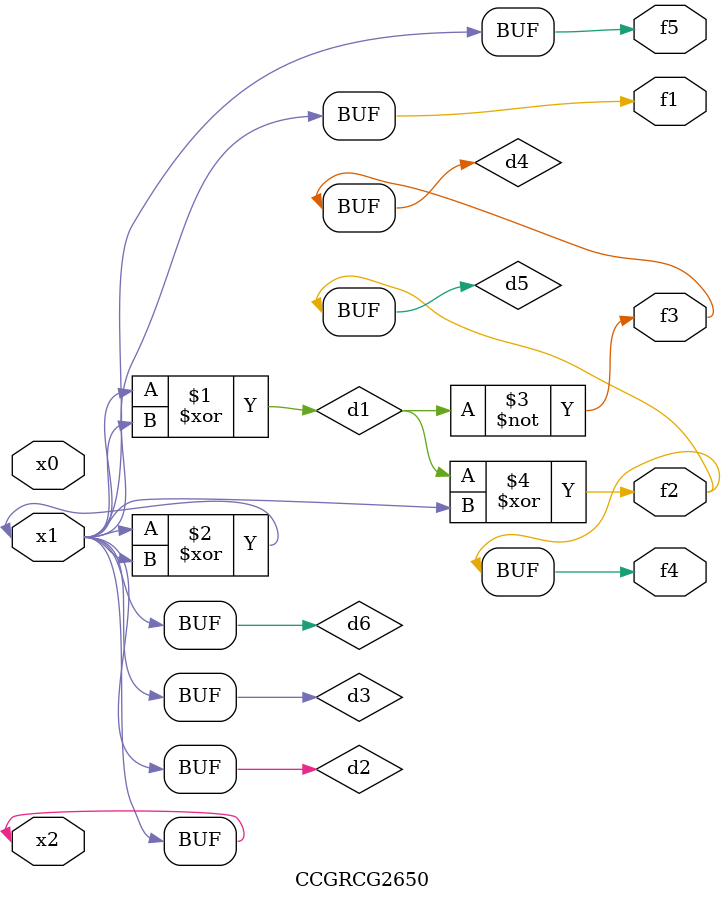
<source format=v>
module CCGRCG2650(
	input x0, x1, x2,
	output f1, f2, f3, f4, f5
);

	wire d1, d2, d3, d4, d5, d6;

	xor (d1, x1, x2);
	buf (d2, x1, x2);
	xor (d3, x1, x2);
	nor (d4, d1);
	xor (d5, d1, d2);
	buf (d6, d2, d3);
	assign f1 = d6;
	assign f2 = d5;
	assign f3 = d4;
	assign f4 = d5;
	assign f5 = d6;
endmodule

</source>
